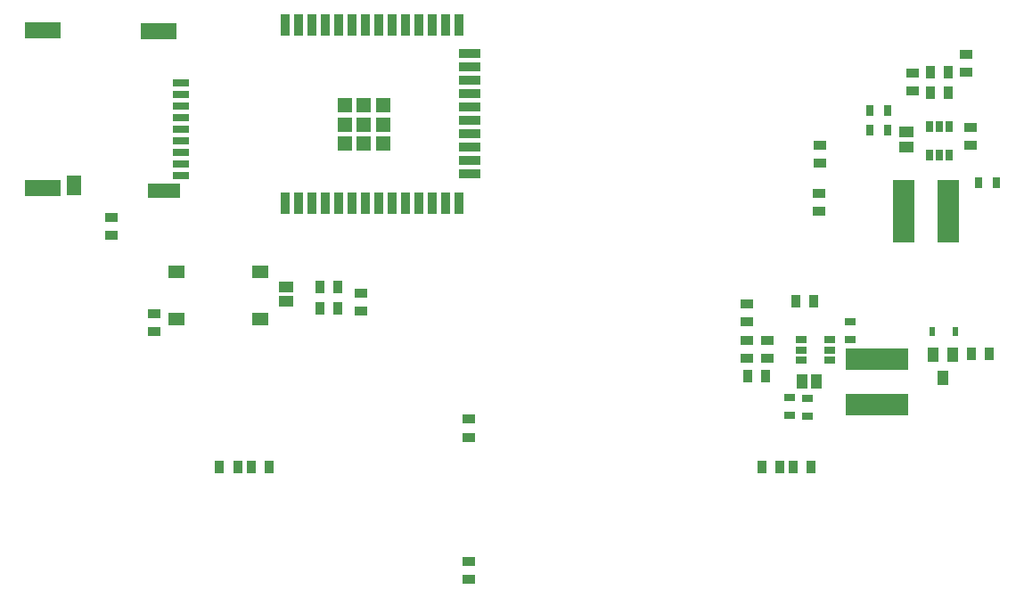
<source format=gtp>
G04*
G04 #@! TF.GenerationSoftware,Altium Limited,Altium Designer,23.10.1 (27)*
G04*
G04 Layer_Color=8421504*
%FSLAX44Y44*%
%MOMM*%
G71*
G04*
G04 #@! TF.SameCoordinates,312DE8FD-0999-4980-B1F4-3DF31CF03A3F*
G04*
G04*
G04 #@! TF.FilePolarity,Positive*
G04*
G01*
G75*
%ADD15R,6.0000X2.0000*%
%ADD16R,0.8500X1.3000*%
%ADD17R,1.0500X0.6500*%
%ADD18R,2.0000X6.0000*%
%ADD19R,1.3000X0.8500*%
G04:AMPARAMS|DCode=20|XSize=1.1mm|YSize=0.6mm|CornerRadius=0.051mm|HoleSize=0mm|Usage=FLASHONLY|Rotation=90.000|XOffset=0mm|YOffset=0mm|HoleType=Round|Shape=RoundedRectangle|*
%AMROUNDEDRECTD20*
21,1,1.1000,0.4980,0,0,90.0*
21,1,0.9980,0.6000,0,0,90.0*
1,1,0.1020,0.2490,0.4990*
1,1,0.1020,0.2490,-0.4990*
1,1,0.1020,-0.2490,-0.4990*
1,1,0.1020,-0.2490,0.4990*
%
%ADD20ROUNDEDRECTD20*%
%ADD21R,1.3500X1.1000*%
%ADD22R,0.6500X1.0500*%
%ADD23R,0.6300X0.8300*%
%ADD24R,1.0000X1.4000*%
G04:AMPARAMS|DCode=25|XSize=1.1mm|YSize=0.6mm|CornerRadius=0.051mm|HoleSize=0mm|Usage=FLASHONLY|Rotation=180.000|XOffset=0mm|YOffset=0mm|HoleType=Round|Shape=RoundedRectangle|*
%AMROUNDEDRECTD25*
21,1,1.1000,0.4980,0,0,180.0*
21,1,0.9980,0.6000,0,0,180.0*
1,1,0.1020,-0.4990,0.2490*
1,1,0.1020,0.4990,0.2490*
1,1,0.1020,0.4990,-0.2490*
1,1,0.1020,-0.4990,-0.2490*
%
%ADD25ROUNDEDRECTD25*%
%ADD26R,1.1000X1.3500*%
%ADD27R,1.5500X1.3000*%
%ADD28R,3.5000X1.6000*%
%ADD29R,3.5000X1.5000*%
%ADD30R,1.4000X1.9500*%
%ADD31R,3.1000X1.4000*%
%ADD32R,1.6000X0.8000*%
%ADD33R,1.3300X1.3300*%
%ADD34R,0.9000X2.0000*%
%ADD35R,2.0000X0.9000*%
D15*
X1417790Y732212D02*
D03*
Y689212D02*
D03*
D16*
X1357489Y786896D02*
D03*
X1340489D02*
D03*
X888000Y801000D02*
D03*
X905000D02*
D03*
Y780000D02*
D03*
X888000D02*
D03*
X1468500Y1005000D02*
D03*
X1485500D02*
D03*
X1468499Y985004D02*
D03*
X1485499D02*
D03*
X1507000Y737000D02*
D03*
X1524000D02*
D03*
X1295000Y716000D02*
D03*
X1312000D02*
D03*
X1308000Y630000D02*
D03*
X1325000D02*
D03*
X1355000D02*
D03*
X1338000D02*
D03*
X840000D02*
D03*
X823000D02*
D03*
X793000D02*
D03*
X810000D02*
D03*
D17*
X1334227Y678410D02*
D03*
Y695410D02*
D03*
X1392000Y751000D02*
D03*
Y768000D02*
D03*
X1351313Y695204D02*
D03*
Y678204D02*
D03*
D18*
X1485416Y873056D02*
D03*
X1442416D02*
D03*
D19*
X927000Y795000D02*
D03*
Y778000D02*
D03*
X1362000Y873000D02*
D03*
Y890000D02*
D03*
X1363000Y935500D02*
D03*
Y918500D02*
D03*
X1502000Y1022000D02*
D03*
Y1005000D02*
D03*
X1506000Y952000D02*
D03*
Y935000D02*
D03*
X1451000Y987000D02*
D03*
Y1004000D02*
D03*
X1294000Y785000D02*
D03*
Y768000D02*
D03*
Y750000D02*
D03*
Y733000D02*
D03*
X1313000Y750000D02*
D03*
Y733000D02*
D03*
X1030000Y675000D02*
D03*
Y658000D02*
D03*
X731000Y775000D02*
D03*
Y758000D02*
D03*
X690000Y867000D02*
D03*
Y850000D02*
D03*
X1030000Y523000D02*
D03*
Y540000D02*
D03*
D20*
X1467000Y953000D02*
D03*
X1476500D02*
D03*
X1486000D02*
D03*
Y926000D02*
D03*
X1476500D02*
D03*
X1467000D02*
D03*
D21*
X1445000Y934000D02*
D03*
Y948000D02*
D03*
X856000Y787000D02*
D03*
Y801000D02*
D03*
D22*
X1514261Y899719D02*
D03*
X1531261D02*
D03*
X1428000Y949600D02*
D03*
X1411000D02*
D03*
X1428000Y968600D02*
D03*
X1411000D02*
D03*
D23*
X1469850Y758000D02*
D03*
X1492150D02*
D03*
D24*
X1489500Y736000D02*
D03*
X1470500D02*
D03*
X1480000Y714000D02*
D03*
D25*
X1345500Y731500D02*
D03*
Y741000D02*
D03*
Y750500D02*
D03*
X1372500D02*
D03*
Y741000D02*
D03*
Y731500D02*
D03*
D26*
X1360000Y711000D02*
D03*
X1346000D02*
D03*
D27*
X752250Y815500D02*
D03*
X831750D02*
D03*
X752250Y770500D02*
D03*
X831750D02*
D03*
D28*
X735000Y1043500D02*
D03*
D29*
X625000Y1044500D02*
D03*
Y895000D02*
D03*
D30*
X654500Y897250D02*
D03*
D31*
X740000Y892500D02*
D03*
D32*
X756500Y906750D02*
D03*
Y917750D02*
D03*
Y928750D02*
D03*
Y939750D02*
D03*
Y950750D02*
D03*
Y961750D02*
D03*
Y972750D02*
D03*
Y983750D02*
D03*
Y994750D02*
D03*
D33*
X948350Y973350D02*
D03*
Y955000D02*
D03*
Y936650D02*
D03*
X930000Y973350D02*
D03*
Y955000D02*
D03*
Y936650D02*
D03*
X911650Y973350D02*
D03*
Y955000D02*
D03*
Y936650D02*
D03*
D34*
X855000Y1050000D02*
D03*
X867700D02*
D03*
X880400D02*
D03*
X893100D02*
D03*
X905800D02*
D03*
X918500D02*
D03*
X931200D02*
D03*
X943900D02*
D03*
X956600D02*
D03*
X969300D02*
D03*
X982000D02*
D03*
X994700D02*
D03*
X1007400D02*
D03*
X1020100D02*
D03*
Y880000D02*
D03*
X1007400D02*
D03*
X994700D02*
D03*
X982000D02*
D03*
X969300D02*
D03*
X956600D02*
D03*
X943900D02*
D03*
X931200D02*
D03*
X918500D02*
D03*
X905800D02*
D03*
X893100D02*
D03*
X880400D02*
D03*
X867700D02*
D03*
X855000D02*
D03*
D35*
X1030100Y1022150D02*
D03*
Y1009450D02*
D03*
Y996750D02*
D03*
Y984050D02*
D03*
Y971350D02*
D03*
Y958650D02*
D03*
Y945950D02*
D03*
Y933250D02*
D03*
Y920550D02*
D03*
Y907850D02*
D03*
M02*

</source>
